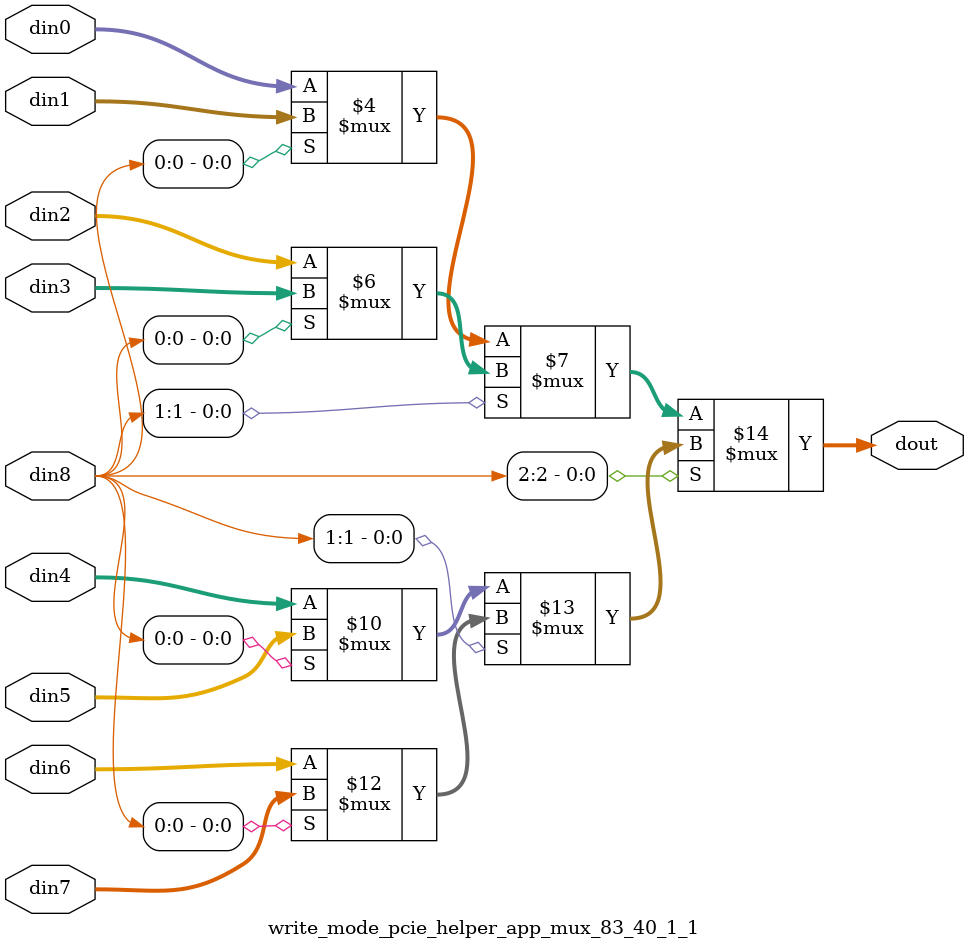
<source format=v>
module write_mode_pcie_helper_app_mux_83_40_1_1(	// file.cleaned.mlir:2:3
  input  [39:0] din0,	// file.cleaned.mlir:2:58
                din1,	// file.cleaned.mlir:2:74
                din2,	// file.cleaned.mlir:2:90
                din3,	// file.cleaned.mlir:2:106
                din4,	// file.cleaned.mlir:2:122
                din5,	// file.cleaned.mlir:2:138
                din6,	// file.cleaned.mlir:2:154
                din7,	// file.cleaned.mlir:2:170
  input  [2:0]  din8,	// file.cleaned.mlir:2:186
  output [39:0] dout	// file.cleaned.mlir:2:202
);

  assign dout =
    ~(din8[2])
      ? (~(din8[1]) ? (~(din8[0]) ? din0 : din1) : ~(din8[0]) ? din2 : din3)
      : ~(din8[1]) ? (~(din8[0]) ? din4 : din5) : ~(din8[0]) ? din6 : din7;	// file.cleaned.mlir:4:10, :5:10, :6:10, :7:10, :8:10, :9:10, :10:10, :11:10, :12:10, :13:10, :14:11, :15:11, :16:11, :17:5
endmodule


</source>
